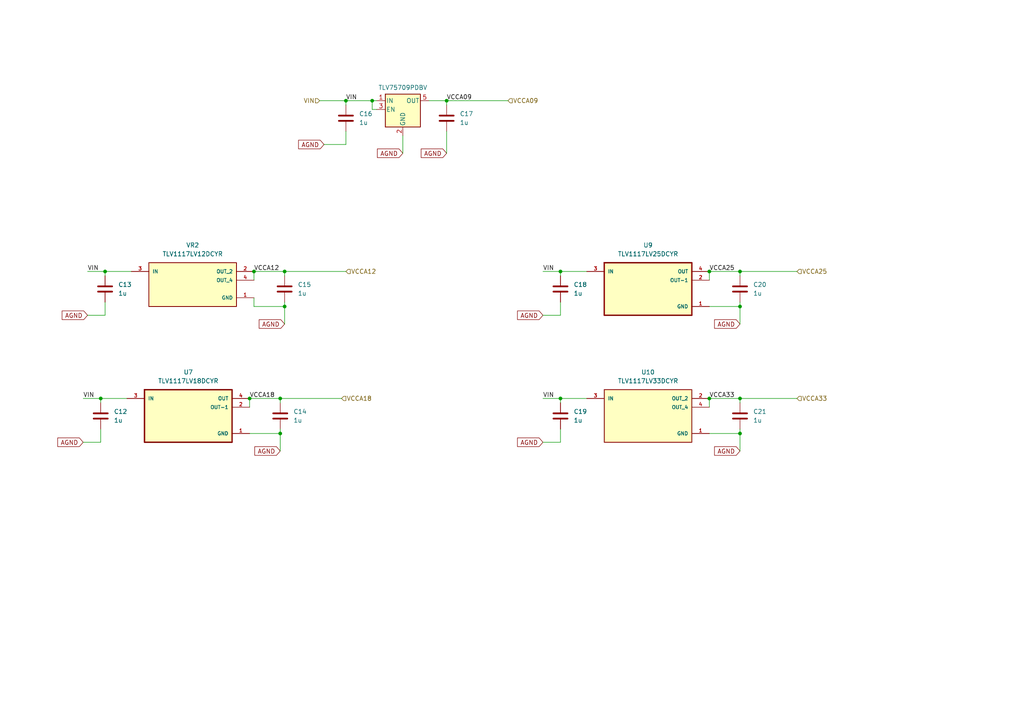
<source format=kicad_sch>
(kicad_sch (version 20231120) (generator "eeschema") (generator_version "8.0")
  (paper "A4")
  (lib_symbols
    (symbol "AVLSI:TLV1117LV12DCYR" (pin_names (offset 1.016))
      (property "Reference" "VR" (at -12.7 6.08 0))
      (property "Value" "TLV1117LV12DCYR" (at -12.7 -9.08 0))
      (symbol "TLV1117LV12DCYR_0_0"
        (rectangle (start -12.7 5.08) (end 12.7 -7.62) (stroke (width 0.254)) (fill (type background)))
        (pin power_in line (at 17.78 -5.08 180) (length 5.08) (name "GND") (number "1"))
        (pin output line (at 17.78 2.54 180) (length 5.08) (name "OUT_2") (number "2"))
        (pin input line (at -17.78 2.54 0) (length 5.08) (name "IN") (number "3"))
        (pin output line (at 17.78 0 180) (length 5.08) (name "OUT_4") (number "4"))
      )
    )
    (symbol "AVLSI:TLV1117LV18DCYR" (pin_names (offset 1.016))
      (property "Reference" "U" (at -12.7 8.62 0))
      (property "Value" "TLV1117LV18DCYR" (at -12.7 -11.62 0))
      (symbol "TLV1117LV18DCYR_0_0"
        (rectangle (start -12.7 -7.62) (end 12.7 7.62) (stroke (width 0.41)) (fill (type background)))
        (pin power_in line (at 17.78 -5.08 180) (length 5.08) (name "GND") (number "1"))
        (pin output line (at 17.78 2.54 180) (length 5.08) (name "OUT-1") (number "2"))
        (pin input line (at -17.78 5.08 0) (length 5.08) (name "IN") (number "3"))
        (pin output line (at 17.78 5.08 180) (length 5.08) (name "OUT") (number "4"))
      )
    )
    (symbol "AVLSI:TLV1117LV25DCYR" (pin_names (offset 1.016))
      (property "Reference" "U" (at -12.7 8.62 0))
      (property "Value" "TLV1117LV25DCYR" (at -12.7 -11.62 0))
      (symbol "TLV1117LV25DCYR_0_0"
        (rectangle (start -12.7 -7.62) (end 12.7 7.62) (stroke (width 0.41)) (fill (type background)))
        (pin power_in line (at 17.78 -5.08 180) (length 5.08) (name "GND") (number "1"))
        (pin output line (at 17.78 2.54 180) (length 5.08) (name "OUT-1") (number "2"))
        (pin input line (at -17.78 5.08 0) (length 5.08) (name "IN") (number "3"))
        (pin output line (at 17.78 5.08 180) (length 5.08) (name "OUT") (number "4"))
      )
    )
    (symbol "AVLSI:TLV1117LV33DCYR" (pin_names (offset 1.016))
      (property "Reference" "U" (at -12.7 8.62 0))
      (property "Value" "TLV1117LV33DCYR" (at -12.7 -11.62 0))
      (symbol "TLV1117LV33DCYR_0_0"
        (rectangle (start -12.7 7.62) (end 12.7 -7.62) (stroke (width 0.254)) (fill (type background)))
        (pin power_in line (at 17.78 -5.08 180) (length 5.08) (name "GND") (number "1"))
        (pin output line (at 17.78 5.08 180) (length 5.08) (name "OUT_2") (number "2"))
        (pin input line (at -17.78 5.08 0) (length 5.08) (name "IN") (number "3"))
        (pin output line (at 17.78 2.54 180) (length 5.08) (name "OUT_4") (number "4"))
      )
    )
    (symbol "Device:C" (pin_numbers hide) (pin_names (offset 0.254))
      (property "Reference" "C" (at 0.635 2.54 0))
      (property "Value" "C" (at 0.635 -2.54 0))
      (symbol "C_0_1"
        (polyline (pts (xy -2.032 -0.762) (xy 2.032 -0.762)) (stroke (width 0.508)))
        (polyline (pts (xy -2.032 0.762) (xy 2.032 0.762)) (stroke (width 0.508)))
      )
      (symbol "C_1_1"
        (pin passive line (at 0 3.81 270) (length 2.794) (name "~") (number "1"))
        (pin passive line (at 0 -3.81 90) (length 2.794) (name "~") (number "2"))
      )
    )
    (symbol "Regulator_Linear:TLV75709PDBV" (pin_names (offset 0.254))
      (property "Reference" "U" (at -3.81 5.715 0))
      (property "Value" "TLV75709PDBV" (at 0 5.715 0))
      (symbol "TLV75709PDBV_0_1"
        (rectangle (start -5.08 4.445) (end 5.08 -5.08) (stroke (width 0.254)) (fill (type background)))
      )
      (symbol "TLV75709PDBV_1_1"
        (pin power_in line (at -7.62 2.54 0) (length 2.54) (name "IN") (number "1"))
        (pin power_in line (at 0 -7.62 90) (length 2.54) (name "GND") (number "2"))
        (pin input line (at -7.62 0 0) (length 2.54) (name "EN") (number "3"))
        (pin no_connect line (at 5.08 0 180) (length 2.54) hide (name "NC") (number "4"))
        (pin power_out line (at 7.62 2.54 180) (length 2.54) (name "OUT") (number "5"))
      )
    )
  )
  (junction (at 73.66 78.74))
  (junction (at 162.56 115.57))
  (junction (at 162.56 78.74))
  (junction (at 82.55 78.74))
  (junction (at 129.54 29.21))
  (junction (at 72.39 115.57))
  (junction (at 205.74 115.57))
  (junction (at 81.28 115.57))
  (junction (at 205.74 78.74))
  (junction (at 81.28 125.73))
  (junction (at 29.21 115.57))
  (junction (at 107.95 29.21))
  (junction (at 30.48 78.74))
  (junction (at 214.63 125.73))
  (junction (at 214.63 78.74))
  (junction (at 82.55 88.9))
  (junction (at 214.63 88.9))
  (junction (at 214.63 115.57))
  (junction (at 100.33 29.21))
  (wire (pts (xy 162.56 80.01) (xy 162.56 78.74)))
  (wire (pts (xy 157.48 91.44) (xy 162.56 91.44)))
  (wire (pts (xy 214.63 78.74) (xy 214.63 80.01)))
  (wire (pts (xy 205.74 78.74) (xy 205.74 81.28)))
  (wire (pts (xy 205.74 78.74) (xy 214.63 78.74)))
  (wire (pts (xy 73.66 78.74) (xy 73.66 81.28)))
  (wire (pts (xy 107.95 29.21) (xy 107.95 31.75)))
  (wire (pts (xy 214.63 115.57) (xy 214.63 116.84)))
  (wire (pts (xy 72.39 125.73) (xy 81.28 125.73)))
  (wire (pts (xy 162.56 116.84) (xy 162.56 115.57)))
  (wire (pts (xy 82.55 87.63) (xy 82.55 88.9)))
  (wire (pts (xy 92.71 29.21) (xy 100.33 29.21)))
  (wire (pts (xy 30.48 78.74) (xy 38.1 78.74)))
  (wire (pts (xy 107.95 29.21) (xy 109.22 29.21)))
  (wire (pts (xy 72.39 115.57) (xy 81.28 115.57)))
  (wire (pts (xy 81.28 124.46) (xy 81.28 125.73)))
  (wire (pts (xy 73.66 78.74) (xy 82.55 78.74)))
  (wire (pts (xy 157.48 115.57) (xy 162.56 115.57)))
  (wire (pts (xy 81.28 115.57) (xy 81.28 116.84)))
  (wire (pts (xy 24.13 128.27) (xy 29.21 128.27)))
  (wire (pts (xy 129.54 29.21) (xy 147.32 29.21)))
  (wire (pts (xy 214.63 115.57) (xy 231.14 115.57)))
  (wire (pts (xy 214.63 87.63) (xy 214.63 88.9)))
  (wire (pts (xy 162.56 124.46) (xy 162.56 128.27)))
  (wire (pts (xy 100.33 30.48) (xy 100.33 29.21)))
  (wire (pts (xy 124.46 29.21) (xy 129.54 29.21)))
  (wire (pts (xy 129.54 29.21) (xy 129.54 30.48)))
  (wire (pts (xy 29.21 124.46) (xy 29.21 128.27)))
  (wire (pts (xy 81.28 125.73) (xy 81.28 130.81)))
  (wire (pts (xy 214.63 88.9) (xy 214.63 93.98)))
  (wire (pts (xy 25.4 78.74) (xy 30.48 78.74)))
  (wire (pts (xy 30.48 87.63) (xy 30.48 91.44)))
  (wire (pts (xy 100.33 29.21) (xy 107.95 29.21)))
  (wire (pts (xy 129.54 38.1) (xy 129.54 44.45)))
  (wire (pts (xy 214.63 78.74) (xy 231.14 78.74)))
  (wire (pts (xy 162.56 115.57) (xy 170.18 115.57)))
  (wire (pts (xy 73.66 86.36) (xy 73.66 88.9)))
  (wire (pts (xy 205.74 125.73) (xy 214.63 125.73)))
  (wire (pts (xy 157.48 78.74) (xy 162.56 78.74)))
  (wire (pts (xy 82.55 78.74) (xy 82.55 80.01)))
  (wire (pts (xy 24.13 115.57) (xy 29.21 115.57)))
  (wire (pts (xy 72.39 115.57) (xy 72.39 118.11)))
  (wire (pts (xy 162.56 78.74) (xy 170.18 78.74)))
  (wire (pts (xy 205.74 88.9) (xy 214.63 88.9)))
  (wire (pts (xy 81.28 115.57) (xy 99.06 115.57)))
  (wire (pts (xy 82.55 78.74) (xy 100.33 78.74)))
  (wire (pts (xy 100.33 38.1) (xy 100.33 41.91)))
  (wire (pts (xy 25.4 91.44) (xy 30.48 91.44)))
  (wire (pts (xy 82.55 88.9) (xy 82.55 93.98)))
  (wire (pts (xy 214.63 125.73) (xy 214.63 130.81)))
  (wire (pts (xy 162.56 87.63) (xy 162.56 91.44)))
  (wire (pts (xy 116.84 39.37) (xy 116.84 44.45)))
  (wire (pts (xy 29.21 116.84) (xy 29.21 115.57)))
  (wire (pts (xy 29.21 115.57) (xy 36.83 115.57)))
  (wire (pts (xy 214.63 124.46) (xy 214.63 125.73)))
  (wire (pts (xy 205.74 115.57) (xy 214.63 115.57)))
  (wire (pts (xy 30.48 80.01) (xy 30.48 78.74)))
  (wire (pts (xy 107.95 31.75) (xy 109.22 31.75)))
  (wire (pts (xy 205.74 115.57) (xy 205.74 118.11)))
  (wire (pts (xy 157.48 128.27) (xy 162.56 128.27)))
  (wire (pts (xy 93.98 41.91) (xy 100.33 41.91)))
  (wire (pts (xy 73.66 88.9) (xy 82.55 88.9)))
  (label "VIN" (at 100.33 29.21 0))
  (label "VIN" (at 157.48 78.74 0))
  (label "VCCA25" (at 205.74 78.74 0))
  (label "VCCA12" (at 73.66 78.74 0))
  (label "VIN" (at 25.4 78.74 0))
  (label "VCCA18" (at 72.39 115.57 0))
  (label "VIN" (at 157.48 115.57 0))
  (label "VCCA33" (at 205.74 115.57 0))
  (label "VIN" (at 24.13 115.57 0))
  (label "VCCA09" (at 129.54 29.21 0))
  (global_label "AGND" (shape input) (at 129.54 44.45 180) (property "Intersheetrefs" "${INTERSHEET_REFS}" (effects (hide yes))))
  (global_label "AGND" (shape input) (at 214.63 130.81 180) (property "Intersheetrefs" "${INTERSHEET_REFS}" (effects (hide yes))))
  (global_label "AGND" (shape input) (at 81.28 130.81 180) (property "Intersheetrefs" "${INTERSHEET_REFS}" (effects (hide yes))))
  (global_label "AGND" (shape input) (at 25.4 91.44 180) (property "Intersheetrefs" "${INTERSHEET_REFS}" (effects (hide yes))))
  (global_label "AGND" (shape input) (at 93.98 41.91 180) (property "Intersheetrefs" "${INTERSHEET_REFS}" (effects (hide yes))))
  (global_label "AGND" (shape input) (at 82.55 93.98 180) (property "Intersheetrefs" "${INTERSHEET_REFS}" (effects (hide yes))))
  (global_label "AGND" (shape input) (at 214.63 93.98 180) (property "Intersheetrefs" "${INTERSHEET_REFS}" (effects (hide yes))))
  (global_label "AGND" (shape input) (at 24.13 128.27 180) (property "Intersheetrefs" "${INTERSHEET_REFS}" (effects (hide yes))))
  (global_label "AGND" (shape input) (at 116.84 44.45 180) (property "Intersheetrefs" "${INTERSHEET_REFS}" (effects (hide yes))))
  (global_label "AGND" (shape input) (at 157.48 128.27 180) (property "Intersheetrefs" "${INTERSHEET_REFS}" (effects (hide yes))))
  (global_label "AGND" (shape input) (at 157.48 91.44 180) (property "Intersheetrefs" "${INTERSHEET_REFS}" (effects (hide yes))))
  (hierarchical_label "VCCA18" (shape input) (at 99.06 115.57 0))
  (hierarchical_label "VCCA33" (shape input) (at 231.14 115.57 0))
  (hierarchical_label "VCCA12" (shape input) (at 100.33 78.74 0))
  (hierarchical_label "VCCA09" (shape input) (at 147.32 29.21 0))
  (hierarchical_label "VCCA25" (shape input) (at 231.14 78.74 0))
  (hierarchical_label "VIN" (shape input) (at 92.71 29.21 180))
  (symbol (lib_id "Device:C") (at 29.21 120.65 0) (unit 1)
    (property "Reference" "C12" (at 33.02 119.3799 0) (effects (justify left)))
    (property "Value" "1u" (at 33.02 121.9199 0) (effects (justify left)))
    (property "Footprint" "Capacitor_SMD:C_0805_2012Metric" (effects (hide yes)))
    (property "Description" "Unpolarized capacitor" (effects (hide yes)))
  )
  (symbol (lib_id "Regulator_Linear:TLV75709PDBV") (at 116.84 31.75 0) (unit 1)
    (property "Reference" "U8" (effects (hide yes)))
    (property "Value" "TLV75709PDBV" (at 116.84 25.4 0))
    (property "Footprint" "Package_TO_SOT_SMD:SOT-23-5" (effects (hide yes)))
    (property "Datasheet" "https://www.ti.com/lit/ds/symlink/tlv757p.pdf" (effects (hide yes)))
    (property "Description" "1A Low IQ Small Size Low Dropout Voltage Regulator, Fixed Output 0.9V, SOT-23-5" (effects (hide yes)))
  )
  (symbol (lib_id "AVLSI:TLV1117LV12DCYR") (at 55.88 81.28 0) (unit 1)
    (property "Reference" "VR2" (at 55.88 71.12 0))
    (property "Value" "TLV1117LV12DCYR" (at 55.88 73.66 0))
    (property "Footprint" "avlsi:VREG_TLV1117LV12DCYR" (effects (hide yes)))
    (property "Datasheet" "https://www.ti.com/lit/ds/symlink/tlv1117lv.pdf?HQS=dis-dk-null-digikeymode-dsf-pf-null-wwe&ts=1729704648859&ref_url=https%253A%252F%252Fwww.ti.com%252Fgeneral%252Fdocs%252Fsuppproductinfo.tsp%253FdistId%253D10%2526gotoUrl%253Dhttps%253A%252F%252Fwww.ti.com%252Flit%252Fgpn%252Ftlv1117lv" (effects (hide yes)))
    (property "PARTREV" "B" (effects (hide yes)))
    (property "STANDARD" "Manufacturer Recommendations" (effects (hide yes)))
    (property "MAXIMUM_PACKAGE_HEIGHT" "1.80 mm" (effects (hide yes)))
    (property "MANUFACTURER" "Texas Instruments" (effects (hide yes)))
  )
  (symbol (lib_id "AVLSI:TLV1117LV25DCYR") (at 187.96 83.82 0) (unit 1)
    (property "Reference" "U9" (at 187.96 71.12 0))
    (property "Value" "TLV1117LV25DCYR" (at 187.96 73.66 0))
    (property "Footprint" "avlsi:SOT230P700X180-4N" (effects (hide yes)))
    (property "Datasheet" "https://www.ti.com/lit/ds/symlink/tlv1117lv.pdf?HQS=dis-dk-null-digikeymode-dsf-pf-null-wwe&ts=1729704648859&ref_url=https%253A%252F%252Fwww.ti.com%252Fgeneral%252Fdocs%252Fsuppproductinfo.tsp%253FdistId%253D10%2526gotoUrl%253Dhttps%253A%252F%252Fwww.ti.com%252Flit%252Fgpn%252Ftlv1117lv" (effects (hide yes)))
  )
  (symbol (lib_id "Device:C") (at 214.63 83.82 0) (unit 1)
    (property "Reference" "C20" (at 218.44 82.5499 0) (effects (justify left)))
    (property "Value" "1u" (at 218.44 85.0899 0) (effects (justify left)))
    (property "Footprint" "Capacitor_SMD:C_0805_2012Metric" (effects (hide yes)))
    (property "Description" "Unpolarized capacitor" (effects (hide yes)))
  )
  (symbol (lib_id "Device:C") (at 82.55 83.82 0) (unit 1)
    (property "Reference" "C15" (at 86.36 82.5499 0) (effects (justify left)))
    (property "Value" "1u" (at 86.36 85.0899 0) (effects (justify left)))
    (property "Footprint" "Capacitor_SMD:C_0805_2012Metric" (effects (hide yes)))
    (property "Description" "Unpolarized capacitor" (effects (hide yes)))
  )
  (symbol (lib_id "Device:C") (at 162.56 83.82 0) (unit 1)
    (property "Reference" "C18" (at 166.37 82.5499 0) (effects (justify left)))
    (property "Value" "1u" (at 166.37 85.0899 0) (effects (justify left)))
    (property "Footprint" "Capacitor_SMD:C_0805_2012Metric" (effects (hide yes)))
    (property "Description" "Unpolarized capacitor" (effects (hide yes)))
  )
  (symbol (lib_id "Device:C") (at 81.28 120.65 0) (unit 1)
    (property "Reference" "C14" (at 85.09 119.3799 0) (effects (justify left)))
    (property "Value" "1u" (at 85.09 121.9199 0) (effects (justify left)))
    (property "Footprint" "Capacitor_SMD:C_0805_2012Metric" (effects (hide yes)))
    (property "Description" "Unpolarized capacitor" (effects (hide yes)))
  )
  (symbol (lib_id "Device:C") (at 30.48 83.82 0) (unit 1)
    (property "Reference" "C13" (at 34.29 82.5499 0) (effects (justify left)))
    (property "Value" "1u" (at 34.29 85.0899 0) (effects (justify left)))
    (property "Footprint" "Capacitor_SMD:C_0805_2012Metric" (effects (hide yes)))
    (property "Description" "Unpolarized capacitor" (effects (hide yes)))
  )
  (symbol (lib_id "AVLSI:TLV1117LV18DCYR") (at 54.61 120.65 0) (unit 1)
    (property "Reference" "U7" (at 54.61 107.95 0))
    (property "Value" "TLV1117LV18DCYR" (at 54.61 110.49 0))
    (property "Footprint" "avlsi:SOT230P700X180-4N" (effects (hide yes)))
    (property "Datasheet" "https://www.ti.com/lit/ds/symlink/tlv1117lv.pdf?HQS=dis-dk-null-digikeymode-dsf-pf-null-wwe&ts=1729704648859&ref_url=https%253A%252F%252Fwww.ti.com%252Fgeneral%252Fdocs%252Fsuppproductinfo.tsp%253FdistId%253D10%2526gotoUrl%253Dhttps%253A%252F%252Fwww.ti.com%252Flit%252Fgpn%252Ftlv1117lv" (effects (hide yes)))
  )
  (symbol (lib_id "AVLSI:TLV1117LV33DCYR") (at 187.96 120.65 0) (unit 1)
    (property "Reference" "U10" (at 187.96 107.95 0))
    (property "Value" "TLV1117LV33DCYR" (at 187.96 110.49 0))
    (property "Footprint" "avlsi:VREG_TLV1117LV33DCYR" (effects (hide yes)))
    (property "Datasheet" "https://www.ti.com/lit/ds/symlink/tlv1117lv.pdf?HQS=dis-dk-null-digikeymode-dsf-pf-null-wwe&ts=1729704648859&ref_url=https%253A%252F%252Fwww.ti.com%252Fgeneral%252Fdocs%252Fsuppproductinfo.tsp%253FdistId%253D10%2526gotoUrl%253Dhttps%253A%252F%252Fwww.ti.com%252Flit%252Fgpn%252Ftlv1117lv" (effects (hide yes)))
    (property "PARTREV" "B" (effects (hide yes)))
    (property "STANDARD" "IPC-7351B" (effects (hide yes)))
    (property "MAXIMUM_PACKAGE_HEIGHT" "1.80 mm" (effects (hide yes)))
    (property "MANUFACTURER" "Texas Instruments" (effects (hide yes)))
  )
  (symbol (lib_id "Device:C") (at 214.63 120.65 0) (unit 1)
    (property "Reference" "C21" (at 218.44 119.3799 0) (effects (justify left)))
    (property "Value" "1u" (at 218.44 121.9199 0) (effects (justify left)))
    (property "Footprint" "Capacitor_SMD:C_0805_2012Metric" (effects (hide yes)))
    (property "Description" "Unpolarized capacitor" (effects (hide yes)))
  )
  (symbol (lib_id "Device:C") (at 129.54 34.29 0) (unit 1)
    (property "Reference" "C17" (at 133.35 33.0199 0) (effects (justify left)))
    (property "Value" "1u" (at 133.35 35.5599 0) (effects (justify left)))
    (property "Footprint" "Capacitor_SMD:C_0805_2012Metric" (effects (hide yes)))
    (property "Description" "Unpolarized capacitor" (effects (hide yes)))
  )
  (symbol (lib_id "Device:C") (at 100.33 34.29 0) (unit 1)
    (property "Reference" "C16" (at 104.14 33.0199 0) (effects (justify left)))
    (property "Value" "1u" (at 104.14 35.5599 0) (effects (justify left)))
    (property "Footprint" "Capacitor_SMD:C_0805_2012Metric" (effects (hide yes)))
    (property "Description" "Unpolarized capacitor" (effects (hide yes)))
  )
  (symbol (lib_id "Device:C") (at 162.56 120.65 0) (unit 1)
    (property "Reference" "C19" (at 166.37 119.3799 0) (effects (justify left)))
    (property "Value" "1u" (at 166.37 121.9199 0) (effects (justify left)))
    (property "Footprint" "Capacitor_SMD:C_0805_2012Metric" (effects (hide yes)))
    (property "Description" "Unpolarized capacitor" (effects (hide yes)))
  )
)
</source>
